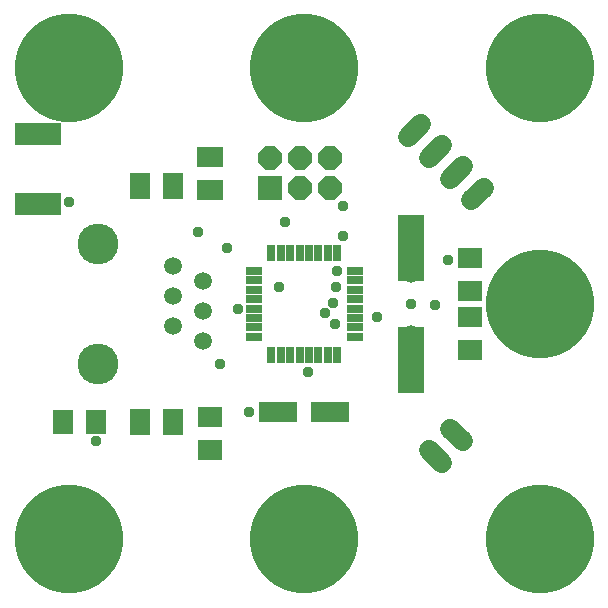
<source format=gbr>
G04 EAGLE Gerber RS-274X export*
G75*
%MOMM*%
%FSLAX34Y34*%
%LPD*%
%INSoldermask Top*%
%IPPOS*%
%AMOC8*
5,1,8,0,0,1.08239X$1,22.5*%
G01*
%ADD10R,2.032000X2.032000*%
%ADD11P,2.199416X8X22.500000*%
%ADD12C,9.203200*%
%ADD13R,1.473200X0.762000*%
%ADD14R,0.762000X1.473200*%
%ADD15C,1.511200*%
%ADD16C,3.453200*%
%ADD17R,1.803200X2.003200*%
%ADD18R,1.803200X2.203200*%
%ADD19R,2.203200X5.703200*%
%ADD20R,2.003200X1.803200*%
%ADD21R,2.203200X1.803200*%
%ADD22C,1.361200*%
%ADD23R,3.903200X1.903200*%
%ADD24C,1.727200*%
%ADD25R,3.203200X1.803200*%
%ADD26C,0.959600*%


D10*
X-28600Y97900D03*
D11*
X-3200Y97900D03*
X22200Y97900D03*
X22200Y123300D03*
X-3200Y123300D03*
X-28600Y123300D03*
D12*
X-199250Y199250D03*
D13*
X42926Y-28000D03*
X42926Y-20000D03*
X42926Y-12000D03*
X42926Y-4000D03*
X42926Y4000D03*
X42926Y12000D03*
X42926Y20000D03*
X42926Y28000D03*
D14*
X28000Y42926D03*
X20000Y42926D03*
X12000Y42926D03*
X4000Y42926D03*
X-4000Y42926D03*
X-12000Y42926D03*
X-20000Y42926D03*
X-28000Y42926D03*
D13*
X-42926Y28000D03*
X-42926Y20000D03*
X-42926Y12000D03*
X-42926Y4000D03*
X-42926Y-4000D03*
X-42926Y-12000D03*
X-42926Y-20000D03*
X-42926Y-28000D03*
D14*
X-28000Y-42926D03*
X-20000Y-42926D03*
X-12000Y-42926D03*
X-4000Y-42926D03*
X4000Y-42926D03*
X12000Y-42926D03*
X20000Y-42926D03*
X28000Y-42926D03*
D12*
X-199250Y-199250D03*
X199250Y-199250D03*
X199250Y199250D03*
D15*
X-110940Y-19050D03*
X-110940Y6350D03*
X-85540Y19050D03*
X-85540Y-6350D03*
X-85540Y-31750D03*
X-110940Y31750D03*
D16*
X-174440Y-50800D03*
X-174440Y50800D03*
D17*
X-204000Y-100000D03*
X-176000Y-100000D03*
D18*
X-139000Y100000D03*
X-111000Y100000D03*
X-139000Y-100000D03*
X-111000Y-100000D03*
D19*
X90000Y-47500D03*
X90000Y47500D03*
D20*
X140000Y11000D03*
X140000Y39000D03*
X140000Y-39000D03*
X140000Y-11000D03*
D21*
X-80000Y124000D03*
X-80000Y96000D03*
D22*
X90000Y24400D03*
X90000Y-24400D03*
D23*
X-225800Y143700D03*
X-225800Y84700D03*
D24*
X141553Y87671D02*
X152329Y98447D01*
X134368Y116408D02*
X123592Y105632D01*
X105632Y123592D02*
X116408Y134368D01*
X98447Y152329D02*
X87671Y141553D01*
X123592Y-105632D02*
X134368Y-116408D01*
X116408Y-134368D02*
X105632Y-123592D01*
D20*
X-80000Y-124000D03*
X-80000Y-96000D03*
D25*
X22000Y-92000D03*
X-22000Y-92000D03*
D12*
X0Y-199250D03*
X0Y199250D03*
X199250Y0D03*
D26*
X28000Y28000D03*
X26424Y-17000D03*
X24682Y1000D03*
X-199000Y86000D03*
X-47000Y-92000D03*
X-176000Y-116000D03*
X122000Y37000D03*
X111000Y-1000D03*
X-56000Y-4000D03*
X62000Y-11000D03*
X18000Y-8000D03*
X26576Y14000D03*
X-21000Y14000D03*
X33000Y57600D03*
X-65000Y47000D03*
X33000Y83000D03*
X-89961Y60961D03*
X3000Y-58000D03*
X-71000Y-51000D03*
X90000Y0D03*
X-16000Y69000D03*
M02*

</source>
